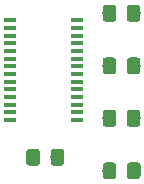
<source format=gtp>
G04 #@! TF.GenerationSoftware,KiCad,Pcbnew,5.0.2-1.fc29*
G04 #@! TF.CreationDate,2019-03-03T12:16:21+01:00*
G04 #@! TF.ProjectId,rpi-extension,7270692d-6578-4746-956e-73696f6e2e6b,rev?*
G04 #@! TF.SameCoordinates,Original*
G04 #@! TF.FileFunction,Paste,Top*
G04 #@! TF.FilePolarity,Positive*
%FSLAX46Y46*%
G04 Gerber Fmt 4.6, Leading zero omitted, Abs format (unit mm)*
G04 Created by KiCad (PCBNEW 5.0.2-1.fc29) date Sun 03 Mar 2019 12:16:21 PM CET*
%MOMM*%
%LPD*%
G01*
G04 APERTURE LIST*
%ADD10C,0.100000*%
%ADD11C,1.150000*%
%ADD12R,1.100000X0.400000*%
G04 APERTURE END LIST*
D10*
G04 #@! TO.C,R4*
G36*
X121634505Y-79311204D02*
X121658773Y-79314804D01*
X121682572Y-79320765D01*
X121705671Y-79329030D01*
X121727850Y-79339520D01*
X121748893Y-79352132D01*
X121768599Y-79366747D01*
X121786777Y-79383223D01*
X121803253Y-79401401D01*
X121817868Y-79421107D01*
X121830480Y-79442150D01*
X121840970Y-79464329D01*
X121849235Y-79487428D01*
X121855196Y-79511227D01*
X121858796Y-79535495D01*
X121860000Y-79559999D01*
X121860000Y-80460001D01*
X121858796Y-80484505D01*
X121855196Y-80508773D01*
X121849235Y-80532572D01*
X121840970Y-80555671D01*
X121830480Y-80577850D01*
X121817868Y-80598893D01*
X121803253Y-80618599D01*
X121786777Y-80636777D01*
X121768599Y-80653253D01*
X121748893Y-80667868D01*
X121727850Y-80680480D01*
X121705671Y-80690970D01*
X121682572Y-80699235D01*
X121658773Y-80705196D01*
X121634505Y-80708796D01*
X121610001Y-80710000D01*
X120959999Y-80710000D01*
X120935495Y-80708796D01*
X120911227Y-80705196D01*
X120887428Y-80699235D01*
X120864329Y-80690970D01*
X120842150Y-80680480D01*
X120821107Y-80667868D01*
X120801401Y-80653253D01*
X120783223Y-80636777D01*
X120766747Y-80618599D01*
X120752132Y-80598893D01*
X120739520Y-80577850D01*
X120729030Y-80555671D01*
X120720765Y-80532572D01*
X120714804Y-80508773D01*
X120711204Y-80484505D01*
X120710000Y-80460001D01*
X120710000Y-79559999D01*
X120711204Y-79535495D01*
X120714804Y-79511227D01*
X120720765Y-79487428D01*
X120729030Y-79464329D01*
X120739520Y-79442150D01*
X120752132Y-79421107D01*
X120766747Y-79401401D01*
X120783223Y-79383223D01*
X120801401Y-79366747D01*
X120821107Y-79352132D01*
X120842150Y-79339520D01*
X120864329Y-79329030D01*
X120887428Y-79320765D01*
X120911227Y-79314804D01*
X120935495Y-79311204D01*
X120959999Y-79310000D01*
X121610001Y-79310000D01*
X121634505Y-79311204D01*
X121634505Y-79311204D01*
G37*
D11*
X121285000Y-80010000D03*
D10*
G36*
X119584505Y-79311204D02*
X119608773Y-79314804D01*
X119632572Y-79320765D01*
X119655671Y-79329030D01*
X119677850Y-79339520D01*
X119698893Y-79352132D01*
X119718599Y-79366747D01*
X119736777Y-79383223D01*
X119753253Y-79401401D01*
X119767868Y-79421107D01*
X119780480Y-79442150D01*
X119790970Y-79464329D01*
X119799235Y-79487428D01*
X119805196Y-79511227D01*
X119808796Y-79535495D01*
X119810000Y-79559999D01*
X119810000Y-80460001D01*
X119808796Y-80484505D01*
X119805196Y-80508773D01*
X119799235Y-80532572D01*
X119790970Y-80555671D01*
X119780480Y-80577850D01*
X119767868Y-80598893D01*
X119753253Y-80618599D01*
X119736777Y-80636777D01*
X119718599Y-80653253D01*
X119698893Y-80667868D01*
X119677850Y-80680480D01*
X119655671Y-80690970D01*
X119632572Y-80699235D01*
X119608773Y-80705196D01*
X119584505Y-80708796D01*
X119560001Y-80710000D01*
X118909999Y-80710000D01*
X118885495Y-80708796D01*
X118861227Y-80705196D01*
X118837428Y-80699235D01*
X118814329Y-80690970D01*
X118792150Y-80680480D01*
X118771107Y-80667868D01*
X118751401Y-80653253D01*
X118733223Y-80636777D01*
X118716747Y-80618599D01*
X118702132Y-80598893D01*
X118689520Y-80577850D01*
X118679030Y-80555671D01*
X118670765Y-80532572D01*
X118664804Y-80508773D01*
X118661204Y-80484505D01*
X118660000Y-80460001D01*
X118660000Y-79559999D01*
X118661204Y-79535495D01*
X118664804Y-79511227D01*
X118670765Y-79487428D01*
X118679030Y-79464329D01*
X118689520Y-79442150D01*
X118702132Y-79421107D01*
X118716747Y-79401401D01*
X118733223Y-79383223D01*
X118751401Y-79366747D01*
X118771107Y-79352132D01*
X118792150Y-79339520D01*
X118814329Y-79329030D01*
X118837428Y-79320765D01*
X118861227Y-79314804D01*
X118885495Y-79311204D01*
X118909999Y-79310000D01*
X119560001Y-79310000D01*
X119584505Y-79311204D01*
X119584505Y-79311204D01*
G37*
D11*
X119235000Y-80010000D03*
G04 #@! TD*
D10*
G04 #@! TO.C,R3*
G36*
X119584505Y-83756204D02*
X119608773Y-83759804D01*
X119632572Y-83765765D01*
X119655671Y-83774030D01*
X119677850Y-83784520D01*
X119698893Y-83797132D01*
X119718599Y-83811747D01*
X119736777Y-83828223D01*
X119753253Y-83846401D01*
X119767868Y-83866107D01*
X119780480Y-83887150D01*
X119790970Y-83909329D01*
X119799235Y-83932428D01*
X119805196Y-83956227D01*
X119808796Y-83980495D01*
X119810000Y-84004999D01*
X119810000Y-84905001D01*
X119808796Y-84929505D01*
X119805196Y-84953773D01*
X119799235Y-84977572D01*
X119790970Y-85000671D01*
X119780480Y-85022850D01*
X119767868Y-85043893D01*
X119753253Y-85063599D01*
X119736777Y-85081777D01*
X119718599Y-85098253D01*
X119698893Y-85112868D01*
X119677850Y-85125480D01*
X119655671Y-85135970D01*
X119632572Y-85144235D01*
X119608773Y-85150196D01*
X119584505Y-85153796D01*
X119560001Y-85155000D01*
X118909999Y-85155000D01*
X118885495Y-85153796D01*
X118861227Y-85150196D01*
X118837428Y-85144235D01*
X118814329Y-85135970D01*
X118792150Y-85125480D01*
X118771107Y-85112868D01*
X118751401Y-85098253D01*
X118733223Y-85081777D01*
X118716747Y-85063599D01*
X118702132Y-85043893D01*
X118689520Y-85022850D01*
X118679030Y-85000671D01*
X118670765Y-84977572D01*
X118664804Y-84953773D01*
X118661204Y-84929505D01*
X118660000Y-84905001D01*
X118660000Y-84004999D01*
X118661204Y-83980495D01*
X118664804Y-83956227D01*
X118670765Y-83932428D01*
X118679030Y-83909329D01*
X118689520Y-83887150D01*
X118702132Y-83866107D01*
X118716747Y-83846401D01*
X118733223Y-83828223D01*
X118751401Y-83811747D01*
X118771107Y-83797132D01*
X118792150Y-83784520D01*
X118814329Y-83774030D01*
X118837428Y-83765765D01*
X118861227Y-83759804D01*
X118885495Y-83756204D01*
X118909999Y-83755000D01*
X119560001Y-83755000D01*
X119584505Y-83756204D01*
X119584505Y-83756204D01*
G37*
D11*
X119235000Y-84455000D03*
D10*
G36*
X121634505Y-83756204D02*
X121658773Y-83759804D01*
X121682572Y-83765765D01*
X121705671Y-83774030D01*
X121727850Y-83784520D01*
X121748893Y-83797132D01*
X121768599Y-83811747D01*
X121786777Y-83828223D01*
X121803253Y-83846401D01*
X121817868Y-83866107D01*
X121830480Y-83887150D01*
X121840970Y-83909329D01*
X121849235Y-83932428D01*
X121855196Y-83956227D01*
X121858796Y-83980495D01*
X121860000Y-84004999D01*
X121860000Y-84905001D01*
X121858796Y-84929505D01*
X121855196Y-84953773D01*
X121849235Y-84977572D01*
X121840970Y-85000671D01*
X121830480Y-85022850D01*
X121817868Y-85043893D01*
X121803253Y-85063599D01*
X121786777Y-85081777D01*
X121768599Y-85098253D01*
X121748893Y-85112868D01*
X121727850Y-85125480D01*
X121705671Y-85135970D01*
X121682572Y-85144235D01*
X121658773Y-85150196D01*
X121634505Y-85153796D01*
X121610001Y-85155000D01*
X120959999Y-85155000D01*
X120935495Y-85153796D01*
X120911227Y-85150196D01*
X120887428Y-85144235D01*
X120864329Y-85135970D01*
X120842150Y-85125480D01*
X120821107Y-85112868D01*
X120801401Y-85098253D01*
X120783223Y-85081777D01*
X120766747Y-85063599D01*
X120752132Y-85043893D01*
X120739520Y-85022850D01*
X120729030Y-85000671D01*
X120720765Y-84977572D01*
X120714804Y-84953773D01*
X120711204Y-84929505D01*
X120710000Y-84905001D01*
X120710000Y-84004999D01*
X120711204Y-83980495D01*
X120714804Y-83956227D01*
X120720765Y-83932428D01*
X120729030Y-83909329D01*
X120739520Y-83887150D01*
X120752132Y-83866107D01*
X120766747Y-83846401D01*
X120783223Y-83828223D01*
X120801401Y-83811747D01*
X120821107Y-83797132D01*
X120842150Y-83784520D01*
X120864329Y-83774030D01*
X120887428Y-83765765D01*
X120911227Y-83759804D01*
X120935495Y-83756204D01*
X120959999Y-83755000D01*
X121610001Y-83755000D01*
X121634505Y-83756204D01*
X121634505Y-83756204D01*
G37*
D11*
X121285000Y-84455000D03*
G04 #@! TD*
D10*
G04 #@! TO.C,R2*
G36*
X121634505Y-88201204D02*
X121658773Y-88204804D01*
X121682572Y-88210765D01*
X121705671Y-88219030D01*
X121727850Y-88229520D01*
X121748893Y-88242132D01*
X121768599Y-88256747D01*
X121786777Y-88273223D01*
X121803253Y-88291401D01*
X121817868Y-88311107D01*
X121830480Y-88332150D01*
X121840970Y-88354329D01*
X121849235Y-88377428D01*
X121855196Y-88401227D01*
X121858796Y-88425495D01*
X121860000Y-88449999D01*
X121860000Y-89350001D01*
X121858796Y-89374505D01*
X121855196Y-89398773D01*
X121849235Y-89422572D01*
X121840970Y-89445671D01*
X121830480Y-89467850D01*
X121817868Y-89488893D01*
X121803253Y-89508599D01*
X121786777Y-89526777D01*
X121768599Y-89543253D01*
X121748893Y-89557868D01*
X121727850Y-89570480D01*
X121705671Y-89580970D01*
X121682572Y-89589235D01*
X121658773Y-89595196D01*
X121634505Y-89598796D01*
X121610001Y-89600000D01*
X120959999Y-89600000D01*
X120935495Y-89598796D01*
X120911227Y-89595196D01*
X120887428Y-89589235D01*
X120864329Y-89580970D01*
X120842150Y-89570480D01*
X120821107Y-89557868D01*
X120801401Y-89543253D01*
X120783223Y-89526777D01*
X120766747Y-89508599D01*
X120752132Y-89488893D01*
X120739520Y-89467850D01*
X120729030Y-89445671D01*
X120720765Y-89422572D01*
X120714804Y-89398773D01*
X120711204Y-89374505D01*
X120710000Y-89350001D01*
X120710000Y-88449999D01*
X120711204Y-88425495D01*
X120714804Y-88401227D01*
X120720765Y-88377428D01*
X120729030Y-88354329D01*
X120739520Y-88332150D01*
X120752132Y-88311107D01*
X120766747Y-88291401D01*
X120783223Y-88273223D01*
X120801401Y-88256747D01*
X120821107Y-88242132D01*
X120842150Y-88229520D01*
X120864329Y-88219030D01*
X120887428Y-88210765D01*
X120911227Y-88204804D01*
X120935495Y-88201204D01*
X120959999Y-88200000D01*
X121610001Y-88200000D01*
X121634505Y-88201204D01*
X121634505Y-88201204D01*
G37*
D11*
X121285000Y-88900000D03*
D10*
G36*
X119584505Y-88201204D02*
X119608773Y-88204804D01*
X119632572Y-88210765D01*
X119655671Y-88219030D01*
X119677850Y-88229520D01*
X119698893Y-88242132D01*
X119718599Y-88256747D01*
X119736777Y-88273223D01*
X119753253Y-88291401D01*
X119767868Y-88311107D01*
X119780480Y-88332150D01*
X119790970Y-88354329D01*
X119799235Y-88377428D01*
X119805196Y-88401227D01*
X119808796Y-88425495D01*
X119810000Y-88449999D01*
X119810000Y-89350001D01*
X119808796Y-89374505D01*
X119805196Y-89398773D01*
X119799235Y-89422572D01*
X119790970Y-89445671D01*
X119780480Y-89467850D01*
X119767868Y-89488893D01*
X119753253Y-89508599D01*
X119736777Y-89526777D01*
X119718599Y-89543253D01*
X119698893Y-89557868D01*
X119677850Y-89570480D01*
X119655671Y-89580970D01*
X119632572Y-89589235D01*
X119608773Y-89595196D01*
X119584505Y-89598796D01*
X119560001Y-89600000D01*
X118909999Y-89600000D01*
X118885495Y-89598796D01*
X118861227Y-89595196D01*
X118837428Y-89589235D01*
X118814329Y-89580970D01*
X118792150Y-89570480D01*
X118771107Y-89557868D01*
X118751401Y-89543253D01*
X118733223Y-89526777D01*
X118716747Y-89508599D01*
X118702132Y-89488893D01*
X118689520Y-89467850D01*
X118679030Y-89445671D01*
X118670765Y-89422572D01*
X118664804Y-89398773D01*
X118661204Y-89374505D01*
X118660000Y-89350001D01*
X118660000Y-88449999D01*
X118661204Y-88425495D01*
X118664804Y-88401227D01*
X118670765Y-88377428D01*
X118679030Y-88354329D01*
X118689520Y-88332150D01*
X118702132Y-88311107D01*
X118716747Y-88291401D01*
X118733223Y-88273223D01*
X118751401Y-88256747D01*
X118771107Y-88242132D01*
X118792150Y-88229520D01*
X118814329Y-88219030D01*
X118837428Y-88210765D01*
X118861227Y-88204804D01*
X118885495Y-88201204D01*
X118909999Y-88200000D01*
X119560001Y-88200000D01*
X119584505Y-88201204D01*
X119584505Y-88201204D01*
G37*
D11*
X119235000Y-88900000D03*
G04 #@! TD*
D10*
G04 #@! TO.C,R1*
G36*
X119593505Y-92646204D02*
X119617773Y-92649804D01*
X119641572Y-92655765D01*
X119664671Y-92664030D01*
X119686850Y-92674520D01*
X119707893Y-92687132D01*
X119727599Y-92701747D01*
X119745777Y-92718223D01*
X119762253Y-92736401D01*
X119776868Y-92756107D01*
X119789480Y-92777150D01*
X119799970Y-92799329D01*
X119808235Y-92822428D01*
X119814196Y-92846227D01*
X119817796Y-92870495D01*
X119819000Y-92894999D01*
X119819000Y-93795001D01*
X119817796Y-93819505D01*
X119814196Y-93843773D01*
X119808235Y-93867572D01*
X119799970Y-93890671D01*
X119789480Y-93912850D01*
X119776868Y-93933893D01*
X119762253Y-93953599D01*
X119745777Y-93971777D01*
X119727599Y-93988253D01*
X119707893Y-94002868D01*
X119686850Y-94015480D01*
X119664671Y-94025970D01*
X119641572Y-94034235D01*
X119617773Y-94040196D01*
X119593505Y-94043796D01*
X119569001Y-94045000D01*
X118918999Y-94045000D01*
X118894495Y-94043796D01*
X118870227Y-94040196D01*
X118846428Y-94034235D01*
X118823329Y-94025970D01*
X118801150Y-94015480D01*
X118780107Y-94002868D01*
X118760401Y-93988253D01*
X118742223Y-93971777D01*
X118725747Y-93953599D01*
X118711132Y-93933893D01*
X118698520Y-93912850D01*
X118688030Y-93890671D01*
X118679765Y-93867572D01*
X118673804Y-93843773D01*
X118670204Y-93819505D01*
X118669000Y-93795001D01*
X118669000Y-92894999D01*
X118670204Y-92870495D01*
X118673804Y-92846227D01*
X118679765Y-92822428D01*
X118688030Y-92799329D01*
X118698520Y-92777150D01*
X118711132Y-92756107D01*
X118725747Y-92736401D01*
X118742223Y-92718223D01*
X118760401Y-92701747D01*
X118780107Y-92687132D01*
X118801150Y-92674520D01*
X118823329Y-92664030D01*
X118846428Y-92655765D01*
X118870227Y-92649804D01*
X118894495Y-92646204D01*
X118918999Y-92645000D01*
X119569001Y-92645000D01*
X119593505Y-92646204D01*
X119593505Y-92646204D01*
G37*
D11*
X119244000Y-93345000D03*
D10*
G36*
X121643505Y-92646204D02*
X121667773Y-92649804D01*
X121691572Y-92655765D01*
X121714671Y-92664030D01*
X121736850Y-92674520D01*
X121757893Y-92687132D01*
X121777599Y-92701747D01*
X121795777Y-92718223D01*
X121812253Y-92736401D01*
X121826868Y-92756107D01*
X121839480Y-92777150D01*
X121849970Y-92799329D01*
X121858235Y-92822428D01*
X121864196Y-92846227D01*
X121867796Y-92870495D01*
X121869000Y-92894999D01*
X121869000Y-93795001D01*
X121867796Y-93819505D01*
X121864196Y-93843773D01*
X121858235Y-93867572D01*
X121849970Y-93890671D01*
X121839480Y-93912850D01*
X121826868Y-93933893D01*
X121812253Y-93953599D01*
X121795777Y-93971777D01*
X121777599Y-93988253D01*
X121757893Y-94002868D01*
X121736850Y-94015480D01*
X121714671Y-94025970D01*
X121691572Y-94034235D01*
X121667773Y-94040196D01*
X121643505Y-94043796D01*
X121619001Y-94045000D01*
X120968999Y-94045000D01*
X120944495Y-94043796D01*
X120920227Y-94040196D01*
X120896428Y-94034235D01*
X120873329Y-94025970D01*
X120851150Y-94015480D01*
X120830107Y-94002868D01*
X120810401Y-93988253D01*
X120792223Y-93971777D01*
X120775747Y-93953599D01*
X120761132Y-93933893D01*
X120748520Y-93912850D01*
X120738030Y-93890671D01*
X120729765Y-93867572D01*
X120723804Y-93843773D01*
X120720204Y-93819505D01*
X120719000Y-93795001D01*
X120719000Y-92894999D01*
X120720204Y-92870495D01*
X120723804Y-92846227D01*
X120729765Y-92822428D01*
X120738030Y-92799329D01*
X120748520Y-92777150D01*
X120761132Y-92756107D01*
X120775747Y-92736401D01*
X120792223Y-92718223D01*
X120810401Y-92701747D01*
X120830107Y-92687132D01*
X120851150Y-92674520D01*
X120873329Y-92664030D01*
X120896428Y-92655765D01*
X120920227Y-92649804D01*
X120944495Y-92646204D01*
X120968999Y-92645000D01*
X121619001Y-92645000D01*
X121643505Y-92646204D01*
X121643505Y-92646204D01*
G37*
D11*
X121294000Y-93345000D03*
G04 #@! TD*
D10*
G04 #@! TO.C,C1*
G36*
X113125505Y-91503204D02*
X113149773Y-91506804D01*
X113173572Y-91512765D01*
X113196671Y-91521030D01*
X113218850Y-91531520D01*
X113239893Y-91544132D01*
X113259599Y-91558747D01*
X113277777Y-91575223D01*
X113294253Y-91593401D01*
X113308868Y-91613107D01*
X113321480Y-91634150D01*
X113331970Y-91656329D01*
X113340235Y-91679428D01*
X113346196Y-91703227D01*
X113349796Y-91727495D01*
X113351000Y-91751999D01*
X113351000Y-92652001D01*
X113349796Y-92676505D01*
X113346196Y-92700773D01*
X113340235Y-92724572D01*
X113331970Y-92747671D01*
X113321480Y-92769850D01*
X113308868Y-92790893D01*
X113294253Y-92810599D01*
X113277777Y-92828777D01*
X113259599Y-92845253D01*
X113239893Y-92859868D01*
X113218850Y-92872480D01*
X113196671Y-92882970D01*
X113173572Y-92891235D01*
X113149773Y-92897196D01*
X113125505Y-92900796D01*
X113101001Y-92902000D01*
X112450999Y-92902000D01*
X112426495Y-92900796D01*
X112402227Y-92897196D01*
X112378428Y-92891235D01*
X112355329Y-92882970D01*
X112333150Y-92872480D01*
X112312107Y-92859868D01*
X112292401Y-92845253D01*
X112274223Y-92828777D01*
X112257747Y-92810599D01*
X112243132Y-92790893D01*
X112230520Y-92769850D01*
X112220030Y-92747671D01*
X112211765Y-92724572D01*
X112205804Y-92700773D01*
X112202204Y-92676505D01*
X112201000Y-92652001D01*
X112201000Y-91751999D01*
X112202204Y-91727495D01*
X112205804Y-91703227D01*
X112211765Y-91679428D01*
X112220030Y-91656329D01*
X112230520Y-91634150D01*
X112243132Y-91613107D01*
X112257747Y-91593401D01*
X112274223Y-91575223D01*
X112292401Y-91558747D01*
X112312107Y-91544132D01*
X112333150Y-91531520D01*
X112355329Y-91521030D01*
X112378428Y-91512765D01*
X112402227Y-91506804D01*
X112426495Y-91503204D01*
X112450999Y-91502000D01*
X113101001Y-91502000D01*
X113125505Y-91503204D01*
X113125505Y-91503204D01*
G37*
D11*
X112776000Y-92202000D03*
D10*
G36*
X115175505Y-91503204D02*
X115199773Y-91506804D01*
X115223572Y-91512765D01*
X115246671Y-91521030D01*
X115268850Y-91531520D01*
X115289893Y-91544132D01*
X115309599Y-91558747D01*
X115327777Y-91575223D01*
X115344253Y-91593401D01*
X115358868Y-91613107D01*
X115371480Y-91634150D01*
X115381970Y-91656329D01*
X115390235Y-91679428D01*
X115396196Y-91703227D01*
X115399796Y-91727495D01*
X115401000Y-91751999D01*
X115401000Y-92652001D01*
X115399796Y-92676505D01*
X115396196Y-92700773D01*
X115390235Y-92724572D01*
X115381970Y-92747671D01*
X115371480Y-92769850D01*
X115358868Y-92790893D01*
X115344253Y-92810599D01*
X115327777Y-92828777D01*
X115309599Y-92845253D01*
X115289893Y-92859868D01*
X115268850Y-92872480D01*
X115246671Y-92882970D01*
X115223572Y-92891235D01*
X115199773Y-92897196D01*
X115175505Y-92900796D01*
X115151001Y-92902000D01*
X114500999Y-92902000D01*
X114476495Y-92900796D01*
X114452227Y-92897196D01*
X114428428Y-92891235D01*
X114405329Y-92882970D01*
X114383150Y-92872480D01*
X114362107Y-92859868D01*
X114342401Y-92845253D01*
X114324223Y-92828777D01*
X114307747Y-92810599D01*
X114293132Y-92790893D01*
X114280520Y-92769850D01*
X114270030Y-92747671D01*
X114261765Y-92724572D01*
X114255804Y-92700773D01*
X114252204Y-92676505D01*
X114251000Y-92652001D01*
X114251000Y-91751999D01*
X114252204Y-91727495D01*
X114255804Y-91703227D01*
X114261765Y-91679428D01*
X114270030Y-91656329D01*
X114280520Y-91634150D01*
X114293132Y-91613107D01*
X114307747Y-91593401D01*
X114324223Y-91575223D01*
X114342401Y-91558747D01*
X114362107Y-91544132D01*
X114383150Y-91531520D01*
X114405329Y-91521030D01*
X114428428Y-91512765D01*
X114452227Y-91506804D01*
X114476495Y-91503204D01*
X114500999Y-91502000D01*
X115151001Y-91502000D01*
X115175505Y-91503204D01*
X115175505Y-91503204D01*
G37*
D11*
X114826000Y-92202000D03*
G04 #@! TD*
D12*
G04 #@! TO.C,U1*
X110815000Y-89061000D03*
X110815000Y-88411000D03*
X110815000Y-87761000D03*
X110815000Y-87111000D03*
X110815000Y-86461000D03*
X110815000Y-85811000D03*
X110815000Y-85161000D03*
X110815000Y-84511000D03*
X110815000Y-83861000D03*
X110815000Y-83211000D03*
X110815000Y-82561000D03*
X110815000Y-81911000D03*
X110815000Y-81261000D03*
X110815000Y-80611000D03*
X116515000Y-80611000D03*
X116515000Y-81261000D03*
X116515000Y-81911000D03*
X116515000Y-82561000D03*
X116515000Y-83211000D03*
X116515000Y-83861000D03*
X116515000Y-84511000D03*
X116515000Y-85161000D03*
X116515000Y-85811000D03*
X116515000Y-86461000D03*
X116515000Y-87111000D03*
X116515000Y-87761000D03*
X116515000Y-88411000D03*
X116515000Y-89061000D03*
G04 #@! TD*
M02*

</source>
